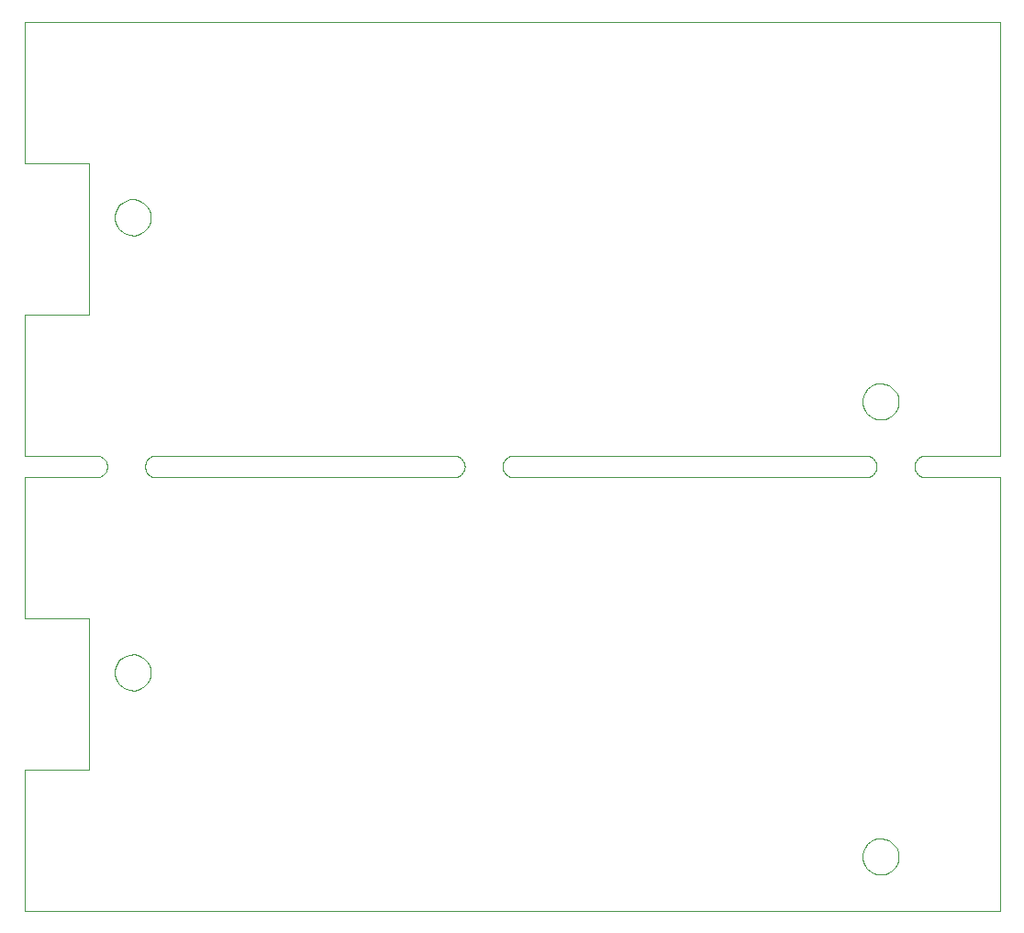
<source format=gko>
%MOIN*%
%OFA0B0*%
%FSLAX44Y44*%
%IPPOS*%
%LPD*%
%ADD10C,0*%
D10*
X00032954Y00001790D02*
X00032954Y00001790D01*
X00032812Y00001798D01*
X00032676Y00001836D01*
X00032550Y00001902D01*
X00032442Y00001994D01*
X00032356Y00002107D01*
X00032297Y00002236D01*
X00032266Y00002374D01*
X00032266Y00002516D01*
X00032297Y00002655D01*
X00032356Y00002783D01*
X00032442Y00002896D01*
X00032550Y00002988D01*
X00032676Y00003055D01*
X00032812Y00003093D01*
X00032954Y00003100D01*
X00033094Y00003077D01*
X00033226Y00003025D01*
X00033343Y00002945D01*
X00033441Y00002842D01*
X00033514Y00002721D01*
X00033559Y00002586D01*
X00033575Y00002445D01*
X00033559Y00002304D01*
X00033514Y00002170D01*
X00033441Y00002048D01*
X00033343Y00001945D01*
X00033226Y00001865D01*
X00033094Y00001813D01*
X00032954Y00001790D01*
X00005789Y00008483D02*
X00005789Y00008483D01*
X00005647Y00008491D01*
X00005510Y00008529D01*
X00005385Y00008595D01*
X00005277Y00008687D01*
X00005191Y00008800D01*
X00005131Y00008929D01*
X00005101Y00009067D01*
X00005101Y00009209D01*
X00005131Y00009348D01*
X00005191Y00009476D01*
X00005277Y00009589D01*
X00005385Y00009681D01*
X00005510Y00009748D01*
X00005647Y00009786D01*
X00005789Y00009793D01*
X00005929Y00009770D01*
X00006060Y00009718D01*
X00006178Y00009638D01*
X00006275Y00009535D01*
X00006349Y00009414D01*
X00006394Y00009279D01*
X00006409Y00009138D01*
X00006394Y00008997D01*
X00006349Y00008863D01*
X00006275Y00008741D01*
X00006178Y00008638D01*
X00006060Y00008558D01*
X00005929Y00008506D01*
X00005789Y00008483D01*
X00032954Y00018325D02*
X00032954Y00018325D01*
X00032812Y00018333D01*
X00032676Y00018371D01*
X00032550Y00018438D01*
X00032442Y00018529D01*
X00032356Y00018642D01*
X00032297Y00018771D01*
X00032266Y00018910D01*
X00032266Y00019052D01*
X00032297Y00019190D01*
X00032356Y00019319D01*
X00032442Y00019432D01*
X00032550Y00019524D01*
X00032676Y00019590D01*
X00032812Y00019628D01*
X00032954Y00019636D01*
X00033094Y00019613D01*
X00033226Y00019560D01*
X00033343Y00019481D01*
X00033441Y00019378D01*
X00033514Y00019256D01*
X00033559Y00019122D01*
X00033575Y00018981D01*
X00033559Y00018840D01*
X00033514Y00018705D01*
X00033441Y00018584D01*
X00033343Y00018481D01*
X00033226Y00018401D01*
X00033094Y00018348D01*
X00032954Y00018325D01*
X00005789Y00025018D02*
X00005789Y00025018D01*
X00005647Y00025026D01*
X00005510Y00025064D01*
X00005385Y00025130D01*
X00005277Y00025222D01*
X00005191Y00025335D01*
X00005131Y00025464D01*
X00005101Y00025603D01*
X00005101Y00025744D01*
X00005131Y00025883D01*
X00005191Y00026012D01*
X00005277Y00026125D01*
X00005385Y00026217D01*
X00005510Y00026283D01*
X00005647Y00026321D01*
X00005789Y00026329D01*
X00005929Y00026306D01*
X00006060Y00026253D01*
X00006178Y00026174D01*
X00006275Y00026071D01*
X00006349Y00025949D01*
X00006394Y00025815D01*
X00006409Y00025674D01*
X00006394Y00025532D01*
X00006349Y00025398D01*
X00006275Y00025276D01*
X00006178Y00025173D01*
X00006060Y00025094D01*
X00005929Y00025041D01*
X00005789Y00025018D01*
X00034544Y00017012D02*
X00034544Y00017012D01*
X00037249Y00017012D01*
X00037249Y00032760D01*
X00001816Y00032760D01*
X00001816Y00027642D01*
X00004178Y00027642D01*
X00004178Y00022130D01*
X00001816Y00022130D01*
X00001816Y00017012D01*
X00004431Y00017012D01*
X00004492Y00017007D01*
X00004553Y00016993D01*
X00004610Y00016969D01*
X00004662Y00016937D01*
X00004709Y00016897D01*
X00004749Y00016850D01*
X00004782Y00016797D01*
X00004805Y00016740D01*
X00004820Y00016680D01*
X00004825Y00016618D01*
X00004820Y00016557D01*
X00004805Y00016497D01*
X00004782Y00016440D01*
X00004749Y00016387D01*
X00004709Y00016340D01*
X00004662Y00016300D01*
X00004610Y00016268D01*
X00004553Y00016244D01*
X00004492Y00016230D01*
X00004431Y00016225D01*
X00004372Y00016225D01*
X00001816Y00016225D01*
X00001816Y00011107D01*
X00004178Y00011107D01*
X00004178Y00005595D01*
X00001816Y00005595D01*
X00001816Y00000477D01*
X00037249Y00000477D01*
X00037249Y00016225D01*
X00034604Y00016225D01*
X00034544Y00016225D01*
X00034483Y00016230D01*
X00034423Y00016244D01*
X00034366Y00016268D01*
X00034313Y00016300D01*
X00034266Y00016340D01*
X00034226Y00016387D01*
X00034194Y00016440D01*
X00034170Y00016497D01*
X00034156Y00016557D01*
X00034151Y00016618D01*
X00034156Y00016680D01*
X00034170Y00016740D01*
X00034194Y00016797D01*
X00034226Y00016850D01*
X00034266Y00016897D01*
X00034313Y00016937D01*
X00034366Y00016969D01*
X00034423Y00016993D01*
X00034483Y00017007D01*
X00034544Y00017012D01*
X00032384Y00017012D02*
X00032384Y00017012D01*
X00032445Y00017007D01*
X00032505Y00016993D01*
X00032562Y00016969D01*
X00032615Y00016937D01*
X00032662Y00016897D01*
X00032702Y00016850D01*
X00032734Y00016797D01*
X00032758Y00016740D01*
X00032772Y00016680D01*
X00032777Y00016618D01*
X00032772Y00016557D01*
X00032758Y00016497D01*
X00032734Y00016440D01*
X00032702Y00016387D01*
X00032662Y00016340D01*
X00032615Y00016300D01*
X00032562Y00016268D01*
X00032505Y00016244D01*
X00032445Y00016230D01*
X00032384Y00016225D01*
X00032324Y00016225D01*
X00019643Y00016225D01*
X00019584Y00016225D01*
X00019522Y00016230D01*
X00019462Y00016244D01*
X00019405Y00016268D01*
X00019352Y00016300D01*
X00019305Y00016340D01*
X00019265Y00016387D01*
X00019233Y00016440D01*
X00019209Y00016497D01*
X00019195Y00016557D01*
X00019190Y00016618D01*
X00019195Y00016680D01*
X00019209Y00016740D01*
X00019233Y00016797D01*
X00019265Y00016850D01*
X00019305Y00016897D01*
X00019352Y00016937D01*
X00019405Y00016969D01*
X00019462Y00016993D01*
X00019522Y00017007D01*
X00019584Y00017012D01*
X00032384Y00017012D01*
X00006651Y00016225D02*
X00006651Y00016225D01*
X00006592Y00016225D01*
X00006530Y00016230D01*
X00006470Y00016244D01*
X00006413Y00016268D01*
X00006360Y00016300D01*
X00006313Y00016340D01*
X00006273Y00016387D01*
X00006241Y00016440D01*
X00006217Y00016497D01*
X00006203Y00016557D01*
X00006198Y00016618D01*
X00006203Y00016680D01*
X00006217Y00016740D01*
X00006241Y00016797D01*
X00006273Y00016850D01*
X00006313Y00016897D01*
X00006360Y00016937D01*
X00006413Y00016969D01*
X00006470Y00016993D01*
X00006530Y00017007D01*
X00006592Y00017012D01*
X00017423Y00017012D01*
X00017485Y00017007D01*
X00017545Y00016993D01*
X00017602Y00016969D01*
X00017654Y00016937D01*
X00017701Y00016897D01*
X00017742Y00016850D01*
X00017774Y00016797D01*
X00017797Y00016740D01*
X00017812Y00016680D01*
X00017817Y00016618D01*
X00017812Y00016557D01*
X00017797Y00016497D01*
X00017774Y00016440D01*
X00017742Y00016387D01*
X00017701Y00016340D01*
X00017654Y00016300D01*
X00017602Y00016268D01*
X00017545Y00016244D01*
X00017485Y00016230D01*
X00017423Y00016225D01*
X00017364Y00016225D01*
X00006651Y00016225D01*
M02*
</source>
